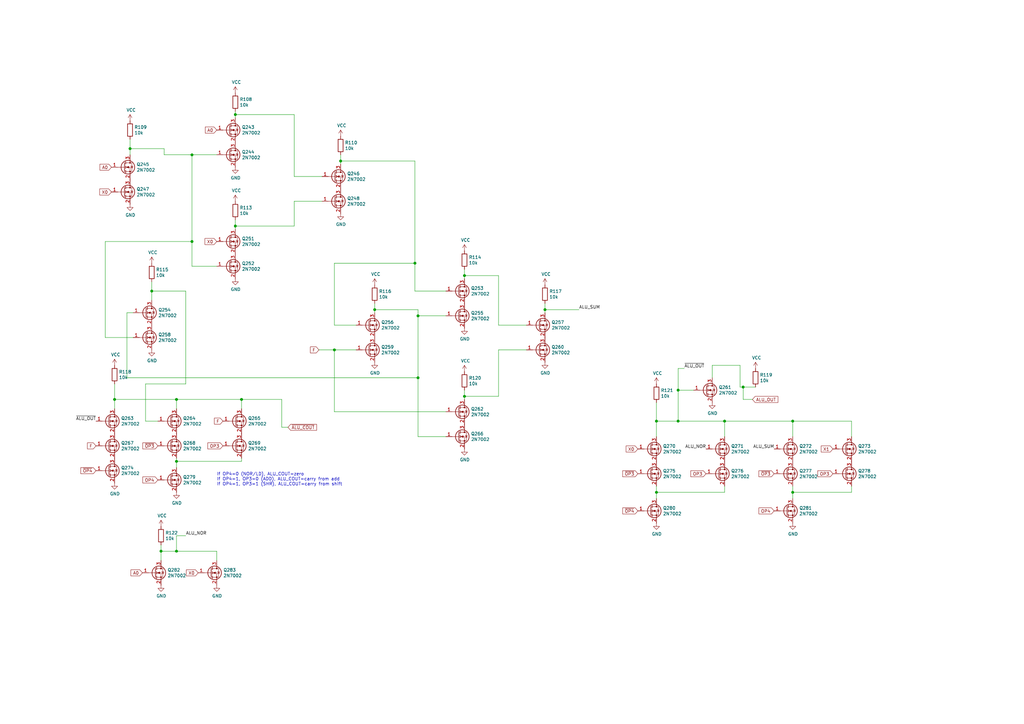
<source format=kicad_sch>
(kicad_sch (version 20210126) (generator eeschema)
  (paper "A3")
  (title_block (title "Q2 ALU") (date "2021-01-30") (rev "1") (company "joewing.net"))
  (lib_symbols
    (symbol "Device:R" (pin_numbers hide) (pin_names (offset 0))
      (property "Reference" "R" (at 2.032 0 90))
      (property "Value" "R" (at 0 0 90))
      (symbol "R_0_1"
        (rectangle (start -1.016 -2.54) (end 1.016 2.54) (stroke (width 0.254)))
      )
      (symbol "R_1_1"
        (pin passive line (at 0 3.81 270) (length 1.27) (name "~") (number "1"))
        (pin passive line (at 0 -3.81 90) (length 1.27) (name "~") (number "2"))
      )
    )
    (symbol "Transistor_FET:2N7002" (pin_names hide)
      (property "Reference" "Q" (at 5.08 1.905 0))
      (property "Value" "2N7002" (at 5.08 0 0))
      (symbol "2N7002_0_1"
        (circle (center 1.651 0) (radius 2.794) (stroke (width 0.254)))
        (circle (center 2.54 -1.778) (radius 0.254) (fill (type outline)))
        (circle (center 2.54 1.778) (radius 0.254) (fill (type outline)))
        (polyline (pts (xy 0.254 0) (xy -2.54 0)))
        (polyline (pts (xy 0.254 1.905) (xy 0.254 -1.905)) (stroke (width 0.254)))
        (polyline (pts (xy 0.762 -1.27) (xy 0.762 -2.286)) (stroke (width 0.254)))
        (polyline (pts (xy 0.762 0.508) (xy 0.762 -0.508)) (stroke (width 0.254)))
        (polyline (pts (xy 0.762 2.286) (xy 0.762 1.27)) (stroke (width 0.254)))
        (polyline (pts (xy 2.54 2.54) (xy 2.54 1.778)))
        (polyline (pts (xy 2.54 -2.54) (xy 2.54 0) (xy 0.762 0)))
        (polyline (pts (xy 0.762 -1.778) (xy 3.302 -1.778) (xy 3.302 1.778) (xy 0.762 1.778)))
        (polyline (pts (xy 1.016 0) (xy 2.032 0.381) (xy 2.032 -0.381) (xy 1.016 0)) (fill (type outline)))
        (polyline (pts (xy 2.794 0.508) (xy 2.921 0.381) (xy 3.683 0.381) (xy 3.81 0.254)))
        (polyline (pts (xy 3.302 0.381) (xy 2.921 -0.254) (xy 3.683 -0.254) (xy 3.302 0.381)))
      )
      (symbol "2N7002_1_1"
        (pin input line (at -5.08 0 0) (length 2.54) (name "G") (number "1"))
        (pin passive line (at 2.54 -5.08 90) (length 2.54) (name "S") (number "2"))
        (pin passive line (at 2.54 5.08 270) (length 2.54) (name "D") (number "3"))
      )
    )
    (symbol "power:GND" (power) (pin_names (offset 0))
      (property "Value" "GND" (at 0 -3.81 0))
      (symbol "GND_0_1"
        (polyline (pts (xy 0 0) (xy 0 -1.27) (xy 1.27 -1.27) (xy 0 -2.54) (xy -1.27 -1.27) (xy 0 -1.27)))
      )
      (symbol "GND_1_1"
        (pin power_in line (at 0 0 270) (length 0) hide (name "GND") (number "1"))
      )
    )
    (symbol "power:VCC" (power) (pin_names (offset 0))
      (property "Value" "VCC" (at 0 3.81 0))
      (symbol "VCC_0_1"
        (polyline (pts (xy -0.762 1.27) (xy 0 2.54)))
        (polyline (pts (xy 0 0) (xy 0 2.54)))
        (polyline (pts (xy 0 2.54) (xy 0.762 1.27)))
      )
      (symbol "VCC_1_1"
        (pin power_in line (at 0 0 90) (length 0) hide (name "VCC") (number "1"))
      )
    )
  )
  (junction (at 46.99 163.83) (diameter 1.016))
  (junction (at 53.34 60.96) (diameter 1.016))
  (junction (at 62.23 119.38) (diameter 1.016))
  (junction (at 66.04 226.06) (diameter 1.016))
  (junction (at 72.39 163.83) (diameter 1.016))
  (junction (at 72.39 189.23) (diameter 1.016))
  (junction (at 72.39 226.06) (diameter 1.016))
  (junction (at 78.74 63.5) (diameter 1.016))
  (junction (at 78.74 99.06) (diameter 1.016))
  (junction (at 96.52 46.99) (diameter 1.016))
  (junction (at 96.52 92.71) (diameter 1.016))
  (junction (at 99.06 163.83) (diameter 1.016))
  (junction (at 137.16 143.51) (diameter 1.016))
  (junction (at 139.7 66.04) (diameter 1.016))
  (junction (at 153.67 127) (diameter 1.016))
  (junction (at 170.18 107.95) (diameter 1.016))
  (junction (at 171.45 129.54) (diameter 1.016))
  (junction (at 171.45 154.94) (diameter 1.016))
  (junction (at 190.5 113.03) (diameter 1.016))
  (junction (at 190.5 162.56) (diameter 1.016))
  (junction (at 223.52 127) (diameter 1.016))
  (junction (at 269.24 172.72) (diameter 1.016))
  (junction (at 269.24 201.93) (diameter 1.016))
  (junction (at 278.13 160.02) (diameter 1.016))
  (junction (at 278.13 172.72) (diameter 1.016))
  (junction (at 297.18 172.72) (diameter 1.016))
  (junction (at 304.8 158.75) (diameter 1.016))
  (junction (at 325.12 172.72) (diameter 1.016))
  (junction (at 325.12 201.93) (diameter 1.016))
  (wire (pts (xy 43.18 99.06) (xy 43.18 138.43)))
  (wire (pts (xy 43.18 99.06) (xy 78.74 99.06)))
  (wire (pts (xy 43.18 138.43) (xy 54.61 138.43)))
  (wire (pts (xy 46.99 157.48) (xy 46.99 163.83)))
  (wire (pts (xy 46.99 163.83) (xy 46.99 167.64)))
  (wire (pts (xy 46.99 163.83) (xy 72.39 163.83)))
  (wire (pts (xy 52.07 128.27) (xy 52.07 154.94)))
  (wire (pts (xy 52.07 154.94) (xy 171.45 154.94)))
  (wire (pts (xy 53.34 57.15) (xy 53.34 60.96)))
  (wire (pts (xy 53.34 60.96) (xy 53.34 63.5)))
  (wire (pts (xy 53.34 60.96) (xy 67.31 60.96)))
  (wire (pts (xy 54.61 128.27) (xy 52.07 128.27)))
  (wire (pts (xy 59.69 157.48) (xy 59.69 172.72)))
  (wire (pts (xy 59.69 157.48) (xy 76.2 157.48)))
  (wire (pts (xy 59.69 172.72) (xy 64.77 172.72)))
  (wire (pts (xy 62.23 115.57) (xy 62.23 119.38)))
  (wire (pts (xy 62.23 119.38) (xy 62.23 123.19)))
  (wire (pts (xy 62.23 119.38) (xy 76.2 119.38)))
  (wire (pts (xy 66.04 223.52) (xy 66.04 226.06)))
  (wire (pts (xy 66.04 226.06) (xy 66.04 229.87)))
  (wire (pts (xy 66.04 226.06) (xy 72.39 226.06)))
  (wire (pts (xy 67.31 60.96) (xy 67.31 63.5)))
  (wire (pts (xy 67.31 63.5) (xy 78.74 63.5)))
  (wire (pts (xy 72.39 163.83) (xy 72.39 167.64)))
  (wire (pts (xy 72.39 163.83) (xy 99.06 163.83)))
  (wire (pts (xy 72.39 187.96) (xy 72.39 189.23)))
  (wire (pts (xy 72.39 189.23) (xy 72.39 191.77)))
  (wire (pts (xy 72.39 189.23) (xy 99.06 189.23)))
  (wire (pts (xy 72.39 219.71) (xy 72.39 226.06)))
  (wire (pts (xy 72.39 226.06) (xy 88.9 226.06)))
  (wire (pts (xy 76.2 119.38) (xy 76.2 157.48)))
  (wire (pts (xy 76.2 219.71) (xy 72.39 219.71)))
  (wire (pts (xy 78.74 63.5) (xy 88.9 63.5)))
  (wire (pts (xy 78.74 99.06) (xy 78.74 63.5)))
  (wire (pts (xy 78.74 99.06) (xy 78.74 109.22)))
  (wire (pts (xy 78.74 109.22) (xy 88.9 109.22)))
  (wire (pts (xy 88.9 226.06) (xy 88.9 229.87)))
  (wire (pts (xy 96.52 45.72) (xy 96.52 46.99)))
  (wire (pts (xy 96.52 46.99) (xy 96.52 48.26)))
  (wire (pts (xy 96.52 46.99) (xy 120.65 46.99)))
  (wire (pts (xy 96.52 90.17) (xy 96.52 92.71)))
  (wire (pts (xy 96.52 92.71) (xy 96.52 93.98)))
  (wire (pts (xy 96.52 92.71) (xy 120.65 92.71)))
  (wire (pts (xy 99.06 163.83) (xy 99.06 167.64)))
  (wire (pts (xy 99.06 163.83) (xy 115.57 163.83)))
  (wire (pts (xy 99.06 189.23) (xy 99.06 187.96)))
  (wire (pts (xy 115.57 163.83) (xy 115.57 175.26)))
  (wire (pts (xy 115.57 175.26) (xy 118.11 175.26)))
  (wire (pts (xy 120.65 46.99) (xy 120.65 72.39)))
  (wire (pts (xy 120.65 72.39) (xy 132.08 72.39)))
  (wire (pts (xy 120.65 82.55) (xy 132.08 82.55)))
  (wire (pts (xy 120.65 92.71) (xy 120.65 82.55)))
  (wire (pts (xy 130.81 143.51) (xy 137.16 143.51)))
  (wire (pts (xy 137.16 107.95) (xy 170.18 107.95)))
  (wire (pts (xy 137.16 133.35) (xy 137.16 107.95)))
  (wire (pts (xy 137.16 143.51) (xy 146.05 143.51)))
  (wire (pts (xy 137.16 168.91) (xy 137.16 143.51)))
  (wire (pts (xy 139.7 63.5) (xy 139.7 66.04)))
  (wire (pts (xy 139.7 66.04) (xy 139.7 67.31)))
  (wire (pts (xy 139.7 66.04) (xy 170.18 66.04)))
  (wire (pts (xy 146.05 133.35) (xy 137.16 133.35)))
  (wire (pts (xy 153.67 124.46) (xy 153.67 127)))
  (wire (pts (xy 153.67 127) (xy 153.67 128.27)))
  (wire (pts (xy 153.67 127) (xy 171.45 127)))
  (wire (pts (xy 170.18 66.04) (xy 170.18 107.95)))
  (wire (pts (xy 170.18 107.95) (xy 170.18 119.38)))
  (wire (pts (xy 170.18 119.38) (xy 182.88 119.38)))
  (wire (pts (xy 171.45 127) (xy 171.45 129.54)))
  (wire (pts (xy 171.45 129.54) (xy 171.45 154.94)))
  (wire (pts (xy 171.45 129.54) (xy 182.88 129.54)))
  (wire (pts (xy 171.45 154.94) (xy 171.45 179.07)))
  (wire (pts (xy 171.45 179.07) (xy 182.88 179.07)))
  (wire (pts (xy 182.88 168.91) (xy 137.16 168.91)))
  (wire (pts (xy 190.5 110.49) (xy 190.5 113.03)))
  (wire (pts (xy 190.5 113.03) (xy 190.5 114.3)))
  (wire (pts (xy 190.5 113.03) (xy 204.47 113.03)))
  (wire (pts (xy 190.5 160.02) (xy 190.5 162.56)))
  (wire (pts (xy 190.5 162.56) (xy 190.5 163.83)))
  (wire (pts (xy 190.5 162.56) (xy 204.47 162.56)))
  (wire (pts (xy 204.47 113.03) (xy 204.47 133.35)))
  (wire (pts (xy 204.47 133.35) (xy 215.9 133.35)))
  (wire (pts (xy 204.47 143.51) (xy 215.9 143.51)))
  (wire (pts (xy 204.47 162.56) (xy 204.47 143.51)))
  (wire (pts (xy 223.52 124.46) (xy 223.52 127)))
  (wire (pts (xy 223.52 127) (xy 223.52 128.27)))
  (wire (pts (xy 223.52 127) (xy 237.49 127)))
  (wire (pts (xy 269.24 165.1) (xy 269.24 172.72)))
  (wire (pts (xy 269.24 172.72) (xy 278.13 172.72)))
  (wire (pts (xy 269.24 179.07) (xy 269.24 172.72)))
  (wire (pts (xy 269.24 199.39) (xy 269.24 201.93)))
  (wire (pts (xy 269.24 201.93) (xy 269.24 204.47)))
  (wire (pts (xy 269.24 201.93) (xy 297.18 201.93)))
  (wire (pts (xy 278.13 151.13) (xy 280.67 151.13)))
  (wire (pts (xy 278.13 160.02) (xy 278.13 151.13)))
  (wire (pts (xy 278.13 160.02) (xy 278.13 172.72)))
  (wire (pts (xy 278.13 172.72) (xy 297.18 172.72)))
  (wire (pts (xy 284.48 160.02) (xy 278.13 160.02)))
  (wire (pts (xy 292.1 149.86) (xy 303.53 149.86)))
  (wire (pts (xy 292.1 154.94) (xy 292.1 149.86)))
  (wire (pts (xy 297.18 172.72) (xy 297.18 179.07)))
  (wire (pts (xy 297.18 172.72) (xy 325.12 172.72)))
  (wire (pts (xy 297.18 201.93) (xy 297.18 199.39)))
  (wire (pts (xy 303.53 149.86) (xy 303.53 158.75)))
  (wire (pts (xy 303.53 158.75) (xy 304.8 158.75)))
  (wire (pts (xy 304.8 158.75) (xy 304.8 163.83)))
  (wire (pts (xy 304.8 158.75) (xy 309.88 158.75)))
  (wire (pts (xy 304.8 163.83) (xy 308.61 163.83)))
  (wire (pts (xy 325.12 172.72) (xy 325.12 179.07)))
  (wire (pts (xy 325.12 172.72) (xy 349.25 172.72)))
  (wire (pts (xy 325.12 199.39) (xy 325.12 201.93)))
  (wire (pts (xy 325.12 201.93) (xy 325.12 204.47)))
  (wire (pts (xy 325.12 201.93) (xy 349.25 201.93)))
  (wire (pts (xy 349.25 172.72) (xy 349.25 179.07)))
  (wire (pts (xy 349.25 201.93) (xy 349.25 199.39)))
  (text "If OP4=0 (NOR/LD), ALU_COUT=zero\nIf OP4=1, OP3=0 (ADD), ALU_COUT=carry from add\nIf OP4=1, OP3=1 (SHR), ALU_COUT=carry from shift" (at 88.9 199.39 0) (effects (font (size 1.27 1.27)) (justify left bottom)))
  (label "~ALU_OUT" (at 39.37 172.72 180))
  (label "ALU_NOR" (at 76.2 219.71 0))
  (label "ALU_SUM" (at 237.49 127 0))
  (label "~ALU_OUT" (at 280.67 151.13 0))
  (label "ALU_NOR" (at 289.56 184.15 180))
  (label "ALU_SUM" (at 317.5 184.15 180))
  (global_label "F" (shape input) (at 39.37 182.88 180) (property "Intersheet References" "${INTERSHEET_REFS}" (effects hide)))
  (global_label "~OP4" (shape input) (at 39.37 193.04 180) (property "Intersheet References" "${INTERSHEET_REFS}" (effects hide)))
  (global_label "A0" (shape input) (at 45.72 68.58 180) (property "Intersheet References" "${INTERSHEET_REFS}" (effects hide)))
  (global_label "X0" (shape input) (at 45.72 78.74 180) (property "Intersheet References" "${INTERSHEET_REFS}" (effects hide)))
  (global_label "A0" (shape input) (at 58.42 234.95 180) (property "Intersheet References" "${INTERSHEET_REFS}" (effects hide)))
  (global_label "~OP3" (shape input) (at 64.77 182.88 180) (property "Intersheet References" "${INTERSHEET_REFS}" (effects hide)))
  (global_label "OP4" (shape input) (at 64.77 196.85 180) (property "Intersheet References" "${INTERSHEET_REFS}" (effects hide)))
  (global_label "X0" (shape input) (at 81.28 234.95 180) (property "Intersheet References" "${INTERSHEET_REFS}" (effects hide)))
  (global_label "A0" (shape input) (at 88.9 53.34 180) (property "Intersheet References" "${INTERSHEET_REFS}" (effects hide)))
  (global_label "X0" (shape input) (at 88.9 99.06 180) (property "Intersheet References" "${INTERSHEET_REFS}" (effects hide)))
  (global_label "F" (shape input) (at 91.44 172.72 180) (property "Intersheet References" "${INTERSHEET_REFS}" (effects hide)))
  (global_label "OP3" (shape input) (at 91.44 182.88 180) (property "Intersheet References" "${INTERSHEET_REFS}" (effects hide)))
  (global_label "~ALU_COUT" (shape input) (at 118.11 175.26 0) (property "Intersheet References" "${INTERSHEET_REFS}" (effects hide)))
  (global_label "F" (shape input) (at 130.81 143.51 180) (property "Intersheet References" "${INTERSHEET_REFS}" (effects hide)))
  (global_label "X0" (shape input) (at 261.62 184.15 180) (property "Intersheet References" "${INTERSHEET_REFS}" (effects hide)))
  (global_label "~OP3" (shape input) (at 261.62 194.31 180) (property "Intersheet References" "${INTERSHEET_REFS}" (effects hide)))
  (global_label "~OP4" (shape input) (at 261.62 209.55 180) (property "Intersheet References" "${INTERSHEET_REFS}" (effects hide)))
  (global_label "OP3" (shape input) (at 289.56 194.31 180) (property "Intersheet References" "${INTERSHEET_REFS}" (effects hide)))
  (global_label "ALU_OUT" (shape input) (at 308.61 163.83 0) (property "Intersheet References" "${INTERSHEET_REFS}" (effects hide)))
  (global_label "~OP3" (shape input) (at 317.5 194.31 180) (property "Intersheet References" "${INTERSHEET_REFS}" (effects hide)))
  (global_label "OP4" (shape input) (at 317.5 209.55 180) (property "Intersheet References" "${INTERSHEET_REFS}" (effects hide)))
  (global_label "X1" (shape input) (at 341.63 184.15 180) (property "Intersheet References" "${INTERSHEET_REFS}" (effects hide)))
  (global_label "OP3" (shape input) (at 341.63 194.31 180) (property "Intersheet References" "${INTERSHEET_REFS}" (effects hide)))
  (symbol (lib_id "power:VCC") (at 46.99 149.86 0) (unit 1)
    (property "Reference" "#PWR0254" (effects hide))
    (property "Value" "VCC" (at 47.4218 145.4658 0))
  )
  (symbol (lib_id "power:VCC") (at 53.34 49.53 0) (unit 1)
    (property "Reference" "#PWR0231" (effects hide))
    (property "Value" "VCC" (at 53.7718 45.1358 0))
  )
  (symbol (lib_id "power:VCC") (at 62.23 107.95 0) (unit 1)
    (property "Reference" "#PWR0252" (effects hide))
    (property "Value" "VCC" (at 62.6618 103.5558 0))
  )
  (symbol (lib_id "power:VCC") (at 66.04 215.9 0) (unit 1)
    (property "Reference" "#PWR0262" (effects hide))
    (property "Value" "VCC" (at 66.4718 211.5058 0))
  )
  (symbol (lib_id "power:VCC") (at 96.52 38.1 0) (unit 1)
    (property "Reference" "#PWR0233" (effects hide))
    (property "Value" "VCC" (at 96.9518 33.7058 0))
  )
  (symbol (lib_id "power:VCC") (at 96.52 82.55 0) (unit 1)
    (property "Reference" "#PWR0234" (effects hide))
    (property "Value" "VCC" (at 96.9518 78.1558 0))
  )
  (symbol (lib_id "power:VCC") (at 139.7 55.88 0) (unit 1)
    (property "Reference" "#PWR0236" (effects hide))
    (property "Value" "VCC" (at 140.1318 51.4858 0))
  )
  (symbol (lib_id "power:VCC") (at 153.67 116.84 0) (unit 1)
    (property "Reference" "#PWR0238" (effects hide))
    (property "Value" "VCC" (at 154.1018 112.4458 0))
  )
  (symbol (lib_id "power:VCC") (at 190.5 102.87 0) (unit 1)
    (property "Reference" "#PWR0240" (effects hide))
    (property "Value" "VCC" (at 190.9318 98.4758 0))
  )
  (symbol (lib_id "power:VCC") (at 190.5 152.4 0) (unit 1)
    (property "Reference" "#PWR0243" (effects hide))
    (property "Value" "VCC" (at 190.9318 148.0058 0))
  )
  (symbol (lib_id "power:VCC") (at 223.52 116.84 0) (unit 1)
    (property "Reference" "#PWR0244" (effects hide))
    (property "Value" "VCC" (at 223.9518 112.4458 0))
  )
  (symbol (lib_id "power:VCC") (at 269.24 157.48 0) (unit 1)
    (property "Reference" "#PWR0248" (effects hide))
    (property "Value" "VCC" (at 269.6718 153.0858 0))
  )
  (symbol (lib_id "power:VCC") (at 309.88 151.13 0) (unit 1)
    (property "Reference" "#PWR0250" (effects hide))
    (property "Value" "VCC" (at 310.3118 146.7358 0))
  )
  (symbol (lib_id "power:GND") (at 46.99 198.12 0) (unit 1)
    (property "Reference" "#PWR0253" (effects hide))
    (property "Value" "GND" (at 47.117 202.5142 0))
  )
  (symbol (lib_id "power:GND") (at 53.34 83.82 0) (unit 1)
    (property "Reference" "#PWR0230" (effects hide))
    (property "Value" "GND" (at 53.467 88.2142 0))
  )
  (symbol (lib_id "power:GND") (at 62.23 143.51 0) (unit 1)
    (property "Reference" "#PWR0251" (effects hide))
    (property "Value" "GND" (at 62.357 147.9042 0))
  )
  (symbol (lib_id "power:GND") (at 66.04 240.03 0) (unit 1)
    (property "Reference" "#PWR0261" (effects hide))
    (property "Value" "GND" (at 66.167 244.4242 0))
  )
  (symbol (lib_id "power:GND") (at 72.39 201.93 0) (unit 1)
    (property "Reference" "#PWR0255" (effects hide))
    (property "Value" "GND" (at 72.517 206.3242 0))
  )
  (symbol (lib_id "power:GND") (at 88.9 240.03 0) (unit 1)
    (property "Reference" "#PWR0260" (effects hide))
    (property "Value" "GND" (at 89.027 244.4242 0))
  )
  (symbol (lib_id "power:GND") (at 96.52 68.58 0) (unit 1)
    (property "Reference" "#PWR0232" (effects hide))
    (property "Value" "GND" (at 96.647 72.9742 0))
  )
  (symbol (lib_id "power:GND") (at 96.52 114.3 0) (unit 1)
    (property "Reference" "#PWR0235" (effects hide))
    (property "Value" "GND" (at 96.647 118.6942 0))
  )
  (symbol (lib_id "power:GND") (at 139.7 87.63 0) (unit 1)
    (property "Reference" "#PWR0237" (effects hide))
    (property "Value" "GND" (at 139.827 92.0242 0))
  )
  (symbol (lib_id "power:GND") (at 153.67 148.59 0) (unit 1)
    (property "Reference" "#PWR0239" (effects hide))
    (property "Value" "GND" (at 153.797 152.9842 0))
  )
  (symbol (lib_id "power:GND") (at 190.5 134.62 0) (unit 1)
    (property "Reference" "#PWR0241" (effects hide))
    (property "Value" "GND" (at 190.627 139.0142 0))
  )
  (symbol (lib_id "power:GND") (at 190.5 184.15 0) (unit 1)
    (property "Reference" "#PWR0242" (effects hide))
    (property "Value" "GND" (at 190.627 188.5442 0))
  )
  (symbol (lib_id "power:GND") (at 223.52 148.59 0) (unit 1)
    (property "Reference" "#PWR0245" (effects hide))
    (property "Value" "GND" (at 223.647 152.9842 0))
  )
  (symbol (lib_id "power:GND") (at 269.24 214.63 0) (unit 1)
    (property "Reference" "#PWR0246" (effects hide))
    (property "Value" "GND" (at 269.367 219.0242 0))
  )
  (symbol (lib_id "power:GND") (at 292.1 165.1 0) (unit 1)
    (property "Reference" "#PWR0249" (effects hide))
    (property "Value" "GND" (at 292.227 169.4942 0))
  )
  (symbol (lib_id "power:GND") (at 325.12 214.63 0) (unit 1)
    (property "Reference" "#PWR0247" (effects hide))
    (property "Value" "GND" (at 325.247 219.0242 0))
  )
  (symbol (lib_id "Device:R") (at 46.99 153.67 0) (unit 1)
    (property "Reference" "R118" (at 48.768 152.5016 0) (effects (justify left)))
    (property "Value" "10k" (at 48.768 154.813 0) (effects (justify left)))
    (property "Footprint" "Resistor_SMD:R_0805_2012Metric" (effects hide))
    (property "LCSC" "C17414" (effects hide))
  )
  (symbol (lib_id "Device:R") (at 53.34 53.34 0) (unit 1)
    (property "Reference" "R109" (at 55.118 52.1716 0) (effects (justify left)))
    (property "Value" "10k" (at 55.118 54.483 0) (effects (justify left)))
    (property "Footprint" "Resistor_SMD:R_0805_2012Metric" (effects hide))
    (property "LCSC" "C17414" (effects hide))
  )
  (symbol (lib_id "Device:R") (at 62.23 111.76 0) (unit 1)
    (property "Reference" "R115" (at 64.008 110.5916 0) (effects (justify left)))
    (property "Value" "10k" (at 64.008 112.903 0) (effects (justify left)))
    (property "Footprint" "Resistor_SMD:R_0805_2012Metric" (effects hide))
    (property "LCSC" "C17414" (effects hide))
  )
  (symbol (lib_id "Device:R") (at 66.04 219.71 0) (unit 1)
    (property "Reference" "R122" (at 67.818 218.5416 0) (effects (justify left)))
    (property "Value" "10k" (at 67.818 220.853 0) (effects (justify left)))
    (property "Footprint" "Resistor_SMD:R_0805_2012Metric" (effects hide))
    (property "LCSC" "C17414" (effects hide))
  )
  (symbol (lib_id "Device:R") (at 96.52 41.91 0) (unit 1)
    (property "Reference" "R108" (at 98.298 40.7416 0) (effects (justify left)))
    (property "Value" "10k" (at 98.298 43.053 0) (effects (justify left)))
    (property "Footprint" "Resistor_SMD:R_0805_2012Metric" (effects hide))
    (property "LCSC" "C17414" (effects hide))
  )
  (symbol (lib_id "Device:R") (at 96.52 86.36 0) (unit 1)
    (property "Reference" "R113" (at 98.298 85.1916 0) (effects (justify left)))
    (property "Value" "10k" (at 98.298 87.503 0) (effects (justify left)))
    (property "Footprint" "Resistor_SMD:R_0805_2012Metric" (effects hide))
    (property "LCSC" "C17414" (effects hide))
  )
  (symbol (lib_id "Device:R") (at 139.7 59.69 0) (unit 1)
    (property "Reference" "R110" (at 141.478 58.5216 0) (effects (justify left)))
    (property "Value" "10k" (at 141.478 60.833 0) (effects (justify left)))
    (property "Footprint" "Resistor_SMD:R_0805_2012Metric" (effects hide))
    (property "LCSC" "C17414" (effects hide))
  )
  (symbol (lib_id "Device:R") (at 153.67 120.65 0) (unit 1)
    (property "Reference" "R116" (at 155.448 119.4816 0) (effects (justify left)))
    (property "Value" "10k" (at 155.448 121.793 0) (effects (justify left)))
    (property "Footprint" "Resistor_SMD:R_0805_2012Metric" (effects hide))
    (property "LCSC" "C17414" (effects hide))
  )
  (symbol (lib_id "Device:R") (at 190.5 106.68 0) (unit 1)
    (property "Reference" "R114" (at 192.278 105.5116 0) (effects (justify left)))
    (property "Value" "10k" (at 192.278 107.823 0) (effects (justify left)))
    (property "Footprint" "Resistor_SMD:R_0805_2012Metric" (effects hide))
    (property "LCSC" "C17414" (effects hide))
  )
  (symbol (lib_id "Device:R") (at 190.5 156.21 0) (unit 1)
    (property "Reference" "R120" (at 192.278 155.0416 0) (effects (justify left)))
    (property "Value" "10k" (at 192.278 157.353 0) (effects (justify left)))
    (property "Footprint" "Resistor_SMD:R_0805_2012Metric" (effects hide))
    (property "LCSC" "C17414" (effects hide))
  )
  (symbol (lib_id "Device:R") (at 223.52 120.65 0) (unit 1)
    (property "Reference" "R117" (at 225.298 119.4816 0) (effects (justify left)))
    (property "Value" "10k" (at 225.298 121.793 0) (effects (justify left)))
    (property "Footprint" "Resistor_SMD:R_0805_2012Metric" (effects hide))
    (property "LCSC" "C17414" (effects hide))
  )
  (symbol (lib_id "Device:R") (at 269.24 161.29 0) (unit 1)
    (property "Reference" "R121" (at 271.018 160.1216 0) (effects (justify left)))
    (property "Value" "10k" (at 271.018 162.433 0) (effects (justify left)))
    (property "Footprint" "Resistor_SMD:R_0805_2012Metric" (effects hide))
    (property "LCSC" "C17414" (effects hide))
  )
  (symbol (lib_id "Device:R") (at 309.88 154.94 0) (unit 1)
    (property "Reference" "R119" (at 311.658 153.7716 0) (effects (justify left)))
    (property "Value" "10k" (at 311.658 156.083 0) (effects (justify left)))
    (property "Footprint" "Resistor_SMD:R_0805_2012Metric" (effects hide))
    (property "LCSC" "C17414" (effects hide))
  )
  (symbol (lib_id "Transistor_FET:2N7002") (at 44.45 172.72 0) (unit 1)
    (property "Reference" "Q263" (at 49.6824 171.5516 0) (effects (justify left)))
    (property "Value" "2N7002" (at 49.6824 173.863 0) (effects (justify left)))
    (property "Footprint" "Package_TO_SOT_SMD:SOT-23" (effects hide))
    (property "Datasheet" "https://www.fairchildsemi.com/datasheets/2N/2N7002.pdf" (effects hide))
    (property "LCSC" "C8545" (effects hide))
  )
  (symbol (lib_id "Transistor_FET:2N7002") (at 44.45 182.88 0) (unit 1)
    (property "Reference" "Q267" (at 49.6824 181.7116 0) (effects (justify left)))
    (property "Value" "2N7002" (at 49.6824 184.023 0) (effects (justify left)))
    (property "Footprint" "Package_TO_SOT_SMD:SOT-23" (effects hide))
    (property "Datasheet" "https://www.fairchildsemi.com/datasheets/2N/2N7002.pdf" (effects hide))
    (property "LCSC" "C8545" (effects hide))
  )
  (symbol (lib_id "Transistor_FET:2N7002") (at 44.45 193.04 0) (unit 1)
    (property "Reference" "Q274" (at 49.6824 191.8716 0) (effects (justify left)))
    (property "Value" "2N7002" (at 49.6824 194.183 0) (effects (justify left)))
    (property "Footprint" "Package_TO_SOT_SMD:SOT-23" (effects hide))
    (property "Datasheet" "https://www.fairchildsemi.com/datasheets/2N/2N7002.pdf" (effects hide))
    (property "LCSC" "C8545" (effects hide))
  )
  (symbol (lib_id "Transistor_FET:2N7002") (at 50.8 68.58 0) (unit 1)
    (property "Reference" "Q245" (at 56.0324 67.4116 0) (effects (justify left)))
    (property "Value" "2N7002" (at 56.0324 69.723 0) (effects (justify left)))
    (property "Footprint" "Package_TO_SOT_SMD:SOT-23" (effects hide))
    (property "Datasheet" "https://www.fairchildsemi.com/datasheets/2N/2N7002.pdf" (effects hide))
    (property "LCSC" "C8545" (effects hide))
  )
  (symbol (lib_id "Transistor_FET:2N7002") (at 50.8 78.74 0) (unit 1)
    (property "Reference" "Q247" (at 56.0324 77.5716 0) (effects (justify left)))
    (property "Value" "2N7002" (at 56.0324 79.883 0) (effects (justify left)))
    (property "Footprint" "Package_TO_SOT_SMD:SOT-23" (effects hide))
    (property "Datasheet" "https://www.fairchildsemi.com/datasheets/2N/2N7002.pdf" (effects hide))
    (property "LCSC" "C8545" (effects hide))
  )
  (symbol (lib_id "Transistor_FET:2N7002") (at 59.69 128.27 0) (unit 1)
    (property "Reference" "Q254" (at 64.9224 127.1016 0) (effects (justify left)))
    (property "Value" "2N7002" (at 64.9224 129.413 0) (effects (justify left)))
    (property "Footprint" "Package_TO_SOT_SMD:SOT-23" (effects hide))
    (property "Datasheet" "https://www.fairchildsemi.com/datasheets/2N/2N7002.pdf" (effects hide))
    (property "LCSC" "C8545" (effects hide))
  )
  (symbol (lib_id "Transistor_FET:2N7002") (at 59.69 138.43 0) (unit 1)
    (property "Reference" "Q258" (at 64.9224 137.2616 0) (effects (justify left)))
    (property "Value" "2N7002" (at 64.9224 139.573 0) (effects (justify left)))
    (property "Footprint" "Package_TO_SOT_SMD:SOT-23" (effects hide))
    (property "Datasheet" "https://www.fairchildsemi.com/datasheets/2N/2N7002.pdf" (effects hide))
    (property "LCSC" "C8545" (effects hide))
  )
  (symbol (lib_id "Transistor_FET:2N7002") (at 63.5 234.95 0) (unit 1)
    (property "Reference" "Q282" (at 68.7324 233.7816 0) (effects (justify left)))
    (property "Value" "2N7002" (at 68.7324 236.093 0) (effects (justify left)))
    (property "Footprint" "Package_TO_SOT_SMD:SOT-23" (effects hide))
    (property "Datasheet" "https://www.fairchildsemi.com/datasheets/2N/2N7002.pdf" (effects hide))
    (property "LCSC" "C8545" (effects hide))
  )
  (symbol (lib_id "Transistor_FET:2N7002") (at 69.85 172.72 0) (unit 1)
    (property "Reference" "Q264" (at 75.0824 171.5516 0) (effects (justify left)))
    (property "Value" "2N7002" (at 75.0824 173.863 0) (effects (justify left)))
    (property "Footprint" "Package_TO_SOT_SMD:SOT-23" (effects hide))
    (property "Datasheet" "https://www.fairchildsemi.com/datasheets/2N/2N7002.pdf" (effects hide))
    (property "LCSC" "C8545" (effects hide))
  )
  (symbol (lib_id "Transistor_FET:2N7002") (at 69.85 182.88 0) (unit 1)
    (property "Reference" "Q268" (at 75.0824 181.7116 0) (effects (justify left)))
    (property "Value" "2N7002" (at 75.0824 184.023 0) (effects (justify left)))
    (property "Footprint" "Package_TO_SOT_SMD:SOT-23" (effects hide))
    (property "Datasheet" "https://www.fairchildsemi.com/datasheets/2N/2N7002.pdf" (effects hide))
    (property "LCSC" "C8545" (effects hide))
  )
  (symbol (lib_id "Transistor_FET:2N7002") (at 69.85 196.85 0) (unit 1)
    (property "Reference" "Q279" (at 75.0824 195.6816 0) (effects (justify left)))
    (property "Value" "2N7002" (at 75.0824 197.993 0) (effects (justify left)))
    (property "Footprint" "Package_TO_SOT_SMD:SOT-23" (effects hide))
    (property "Datasheet" "https://www.fairchildsemi.com/datasheets/2N/2N7002.pdf" (effects hide))
    (property "LCSC" "C8545" (effects hide))
  )
  (symbol (lib_id "Transistor_FET:2N7002") (at 86.36 234.95 0) (unit 1)
    (property "Reference" "Q283" (at 91.5924 233.7816 0) (effects (justify left)))
    (property "Value" "2N7002" (at 91.5924 236.093 0) (effects (justify left)))
    (property "Footprint" "Package_TO_SOT_SMD:SOT-23" (effects hide))
    (property "Datasheet" "https://www.fairchildsemi.com/datasheets/2N/2N7002.pdf" (effects hide))
    (property "LCSC" "C8545" (effects hide))
  )
  (symbol (lib_id "Transistor_FET:2N7002") (at 93.98 53.34 0) (unit 1)
    (property "Reference" "Q243" (at 99.2124 52.1716 0) (effects (justify left)))
    (property "Value" "2N7002" (at 99.2124 54.483 0) (effects (justify left)))
    (property "Footprint" "Package_TO_SOT_SMD:SOT-23" (effects hide))
    (property "Datasheet" "https://www.fairchildsemi.com/datasheets/2N/2N7002.pdf" (effects hide))
    (property "LCSC" "C8545" (effects hide))
  )
  (symbol (lib_id "Transistor_FET:2N7002") (at 93.98 63.5 0) (unit 1)
    (property "Reference" "Q244" (at 99.2124 62.3316 0) (effects (justify left)))
    (property "Value" "2N7002" (at 99.2124 64.643 0) (effects (justify left)))
    (property "Footprint" "Package_TO_SOT_SMD:SOT-23" (effects hide))
    (property "Datasheet" "https://www.fairchildsemi.com/datasheets/2N/2N7002.pdf" (effects hide))
    (property "LCSC" "C8545" (effects hide))
  )
  (symbol (lib_id "Transistor_FET:2N7002") (at 93.98 99.06 0) (unit 1)
    (property "Reference" "Q251" (at 99.2124 97.8916 0) (effects (justify left)))
    (property "Value" "2N7002" (at 99.2124 100.203 0) (effects (justify left)))
    (property "Footprint" "Package_TO_SOT_SMD:SOT-23" (effects hide))
    (property "Datasheet" "https://www.fairchildsemi.com/datasheets/2N/2N7002.pdf" (effects hide))
    (property "LCSC" "C8545" (effects hide))
  )
  (symbol (lib_id "Transistor_FET:2N7002") (at 93.98 109.22 0) (unit 1)
    (property "Reference" "Q252" (at 99.2124 108.0516 0) (effects (justify left)))
    (property "Value" "2N7002" (at 99.2124 110.363 0) (effects (justify left)))
    (property "Footprint" "Package_TO_SOT_SMD:SOT-23" (effects hide))
    (property "Datasheet" "https://www.fairchildsemi.com/datasheets/2N/2N7002.pdf" (effects hide))
    (property "LCSC" "C8545" (effects hide))
  )
  (symbol (lib_id "Transistor_FET:2N7002") (at 96.52 172.72 0) (unit 1)
    (property "Reference" "Q265" (at 101.7524 171.5516 0) (effects (justify left)))
    (property "Value" "2N7002" (at 101.7524 173.863 0) (effects (justify left)))
    (property "Footprint" "Package_TO_SOT_SMD:SOT-23" (effects hide))
    (property "Datasheet" "https://www.fairchildsemi.com/datasheets/2N/2N7002.pdf" (effects hide))
    (property "LCSC" "C8545" (effects hide))
  )
  (symbol (lib_id "Transistor_FET:2N7002") (at 96.52 182.88 0) (unit 1)
    (property "Reference" "Q269" (at 101.7524 181.7116 0) (effects (justify left)))
    (property "Value" "2N7002" (at 101.7524 184.023 0) (effects (justify left)))
    (property "Footprint" "Package_TO_SOT_SMD:SOT-23" (effects hide))
    (property "Datasheet" "https://www.fairchildsemi.com/datasheets/2N/2N7002.pdf" (effects hide))
    (property "LCSC" "C8545" (effects hide))
  )
  (symbol (lib_id "Transistor_FET:2N7002") (at 137.16 72.39 0) (unit 1)
    (property "Reference" "Q246" (at 142.3924 71.2216 0) (effects (justify left)))
    (property "Value" "2N7002" (at 142.3924 73.533 0) (effects (justify left)))
    (property "Footprint" "Package_TO_SOT_SMD:SOT-23" (effects hide))
    (property "Datasheet" "https://www.fairchildsemi.com/datasheets/2N/2N7002.pdf" (effects hide))
    (property "LCSC" "C8545" (effects hide))
  )
  (symbol (lib_id "Transistor_FET:2N7002") (at 137.16 82.55 0) (unit 1)
    (property "Reference" "Q248" (at 142.3924 81.3816 0) (effects (justify left)))
    (property "Value" "2N7002" (at 142.3924 83.693 0) (effects (justify left)))
    (property "Footprint" "Package_TO_SOT_SMD:SOT-23" (effects hide))
    (property "Datasheet" "https://www.fairchildsemi.com/datasheets/2N/2N7002.pdf" (effects hide))
    (property "LCSC" "C8545" (effects hide))
  )
  (symbol (lib_id "Transistor_FET:2N7002") (at 151.13 133.35 0) (unit 1)
    (property "Reference" "Q256" (at 156.3624 132.1816 0) (effects (justify left)))
    (property "Value" "2N7002" (at 156.3624 134.493 0) (effects (justify left)))
    (property "Footprint" "Package_TO_SOT_SMD:SOT-23" (effects hide))
    (property "Datasheet" "https://www.fairchildsemi.com/datasheets/2N/2N7002.pdf" (effects hide))
    (property "LCSC" "C8545" (effects hide))
  )
  (symbol (lib_id "Transistor_FET:2N7002") (at 151.13 143.51 0) (unit 1)
    (property "Reference" "Q259" (at 156.3624 142.3416 0) (effects (justify left)))
    (property "Value" "2N7002" (at 156.3624 144.653 0) (effects (justify left)))
    (property "Footprint" "Package_TO_SOT_SMD:SOT-23" (effects hide))
    (property "Datasheet" "https://www.fairchildsemi.com/datasheets/2N/2N7002.pdf" (effects hide))
    (property "LCSC" "C8545" (effects hide))
  )
  (symbol (lib_id "Transistor_FET:2N7002") (at 187.96 119.38 0) (unit 1)
    (property "Reference" "Q253" (at 193.1924 118.2116 0) (effects (justify left)))
    (property "Value" "2N7002" (at 193.1924 120.523 0) (effects (justify left)))
    (property "Footprint" "Package_TO_SOT_SMD:SOT-23" (effects hide))
    (property "Datasheet" "https://www.fairchildsemi.com/datasheets/2N/2N7002.pdf" (effects hide))
    (property "LCSC" "C8545" (effects hide))
  )
  (symbol (lib_id "Transistor_FET:2N7002") (at 187.96 129.54 0) (unit 1)
    (property "Reference" "Q255" (at 193.1924 128.3716 0) (effects (justify left)))
    (property "Value" "2N7002" (at 193.1924 130.683 0) (effects (justify left)))
    (property "Footprint" "Package_TO_SOT_SMD:SOT-23" (effects hide))
    (property "Datasheet" "https://www.fairchildsemi.com/datasheets/2N/2N7002.pdf" (effects hide))
    (property "LCSC" "C8545" (effects hide))
  )
  (symbol (lib_id "Transistor_FET:2N7002") (at 187.96 168.91 0) (unit 1)
    (property "Reference" "Q262" (at 193.1924 167.7416 0) (effects (justify left)))
    (property "Value" "2N7002" (at 193.1924 170.053 0) (effects (justify left)))
    (property "Footprint" "Package_TO_SOT_SMD:SOT-23" (effects hide))
    (property "Datasheet" "https://www.fairchildsemi.com/datasheets/2N/2N7002.pdf" (effects hide))
    (property "LCSC" "C8545" (effects hide))
  )
  (symbol (lib_id "Transistor_FET:2N7002") (at 187.96 179.07 0) (unit 1)
    (property "Reference" "Q266" (at 193.1924 177.9016 0) (effects (justify left)))
    (property "Value" "2N7002" (at 193.1924 180.213 0) (effects (justify left)))
    (property "Footprint" "Package_TO_SOT_SMD:SOT-23" (effects hide))
    (property "Datasheet" "https://www.fairchildsemi.com/datasheets/2N/2N7002.pdf" (effects hide))
    (property "LCSC" "C8545" (effects hide))
  )
  (symbol (lib_id "Transistor_FET:2N7002") (at 220.98 133.35 0) (unit 1)
    (property "Reference" "Q257" (at 226.2124 132.1816 0) (effects (justify left)))
    (property "Value" "2N7002" (at 226.2124 134.493 0) (effects (justify left)))
    (property "Footprint" "Package_TO_SOT_SMD:SOT-23" (effects hide))
    (property "Datasheet" "https://www.fairchildsemi.com/datasheets/2N/2N7002.pdf" (effects hide))
    (property "LCSC" "C8545" (effects hide))
  )
  (symbol (lib_id "Transistor_FET:2N7002") (at 220.98 143.51 0) (unit 1)
    (property "Reference" "Q260" (at 226.2124 142.3416 0) (effects (justify left)))
    (property "Value" "2N7002" (at 226.2124 144.653 0) (effects (justify left)))
    (property "Footprint" "Package_TO_SOT_SMD:SOT-23" (effects hide))
    (property "Datasheet" "https://www.fairchildsemi.com/datasheets/2N/2N7002.pdf" (effects hide))
    (property "LCSC" "C8545" (effects hide))
  )
  (symbol (lib_id "Transistor_FET:2N7002") (at 266.7 184.15 0) (unit 1)
    (property "Reference" "Q270" (at 271.9324 182.9816 0) (effects (justify left)))
    (property "Value" "2N7002" (at 271.9324 185.293 0) (effects (justify left)))
    (property "Footprint" "Package_TO_SOT_SMD:SOT-23" (effects hide))
    (property "Datasheet" "https://www.fairchildsemi.com/datasheets/2N/2N7002.pdf" (effects hide))
    (property "LCSC" "C8545" (effects hide))
  )
  (symbol (lib_id "Transistor_FET:2N7002") (at 266.7 194.31 0) (unit 1)
    (property "Reference" "Q275" (at 271.9324 193.1416 0) (effects (justify left)))
    (property "Value" "2N7002" (at 271.9324 195.453 0) (effects (justify left)))
    (property "Footprint" "Package_TO_SOT_SMD:SOT-23" (effects hide))
    (property "Datasheet" "https://www.fairchildsemi.com/datasheets/2N/2N7002.pdf" (effects hide))
    (property "LCSC" "C8545" (effects hide))
  )
  (symbol (lib_id "Transistor_FET:2N7002") (at 266.7 209.55 0) (unit 1)
    (property "Reference" "Q280" (at 271.9324 208.3816 0) (effects (justify left)))
    (property "Value" "2N7002" (at 271.9324 210.693 0) (effects (justify left)))
    (property "Footprint" "Package_TO_SOT_SMD:SOT-23" (effects hide))
    (property "Datasheet" "https://www.fairchildsemi.com/datasheets/2N/2N7002.pdf" (effects hide))
    (property "LCSC" "C8545" (effects hide))
  )
  (symbol (lib_id "Transistor_FET:2N7002") (at 289.56 160.02 0) (unit 1)
    (property "Reference" "Q261" (at 294.7924 158.8516 0) (effects (justify left)))
    (property "Value" "2N7002" (at 294.7924 161.163 0) (effects (justify left)))
    (property "Footprint" "Package_TO_SOT_SMD:SOT-23" (effects hide))
    (property "Datasheet" "https://www.fairchildsemi.com/datasheets/2N/2N7002.pdf" (effects hide))
    (property "LCSC" "C8545" (effects hide))
  )
  (symbol (lib_id "Transistor_FET:2N7002") (at 294.64 184.15 0) (unit 1)
    (property "Reference" "Q271" (at 299.8724 182.9816 0) (effects (justify left)))
    (property "Value" "2N7002" (at 299.8724 185.293 0) (effects (justify left)))
    (property "Footprint" "Package_TO_SOT_SMD:SOT-23" (effects hide))
    (property "Datasheet" "https://www.fairchildsemi.com/datasheets/2N/2N7002.pdf" (effects hide))
    (property "LCSC" "C8545" (effects hide))
  )
  (symbol (lib_id "Transistor_FET:2N7002") (at 294.64 194.31 0) (unit 1)
    (property "Reference" "Q276" (at 299.8724 193.1416 0) (effects (justify left)))
    (property "Value" "2N7002" (at 299.8724 195.453 0) (effects (justify left)))
    (property "Footprint" "Package_TO_SOT_SMD:SOT-23" (effects hide))
    (property "Datasheet" "https://www.fairchildsemi.com/datasheets/2N/2N7002.pdf" (effects hide))
    (property "LCSC" "C8545" (effects hide))
  )
  (symbol (lib_id "Transistor_FET:2N7002") (at 322.58 184.15 0) (unit 1)
    (property "Reference" "Q272" (at 327.8124 182.9816 0) (effects (justify left)))
    (property "Value" "2N7002" (at 327.8124 185.293 0) (effects (justify left)))
    (property "Footprint" "Package_TO_SOT_SMD:SOT-23" (effects hide))
    (property "Datasheet" "https://www.fairchildsemi.com/datasheets/2N/2N7002.pdf" (effects hide))
    (property "LCSC" "C8545" (effects hide))
  )
  (symbol (lib_id "Transistor_FET:2N7002") (at 322.58 194.31 0) (unit 1)
    (property "Reference" "Q277" (at 327.8124 193.1416 0) (effects (justify left)))
    (property "Value" "2N7002" (at 327.8124 195.453 0) (effects (justify left)))
    (property "Footprint" "Package_TO_SOT_SMD:SOT-23" (effects hide))
    (property "Datasheet" "https://www.fairchildsemi.com/datasheets/2N/2N7002.pdf" (effects hide))
    (property "LCSC" "C8545" (effects hide))
  )
  (symbol (lib_id "Transistor_FET:2N7002") (at 322.58 209.55 0) (unit 1)
    (property "Reference" "Q281" (at 327.8124 208.3816 0) (effects (justify left)))
    (property "Value" "2N7002" (at 327.8124 210.693 0) (effects (justify left)))
    (property "Footprint" "Package_TO_SOT_SMD:SOT-23" (effects hide))
    (property "Datasheet" "https://www.fairchildsemi.com/datasheets/2N/2N7002.pdf" (effects hide))
    (property "LCSC" "C8545" (effects hide))
  )
  (symbol (lib_id "Transistor_FET:2N7002") (at 346.71 184.15 0) (unit 1)
    (property "Reference" "Q273" (at 351.9424 182.9816 0) (effects (justify left)))
    (property "Value" "2N7002" (at 351.9424 185.293 0) (effects (justify left)))
    (property "Footprint" "Package_TO_SOT_SMD:SOT-23" (effects hide))
    (property "Datasheet" "https://www.fairchildsemi.com/datasheets/2N/2N7002.pdf" (effects hide))
    (property "LCSC" "C8545" (effects hide))
  )
  (symbol (lib_id "Transistor_FET:2N7002") (at 346.71 194.31 0) (unit 1)
    (property "Reference" "Q278" (at 351.9424 193.1416 0) (effects (justify left)))
    (property "Value" "2N7002" (at 351.9424 195.453 0) (effects (justify left)))
    (property "Footprint" "Package_TO_SOT_SMD:SOT-23" (effects hide))
    (property "Datasheet" "https://www.fairchildsemi.com/datasheets/2N/2N7002.pdf" (effects hide))
    (property "LCSC" "C8545" (effects hide))
  )
)
</source>
